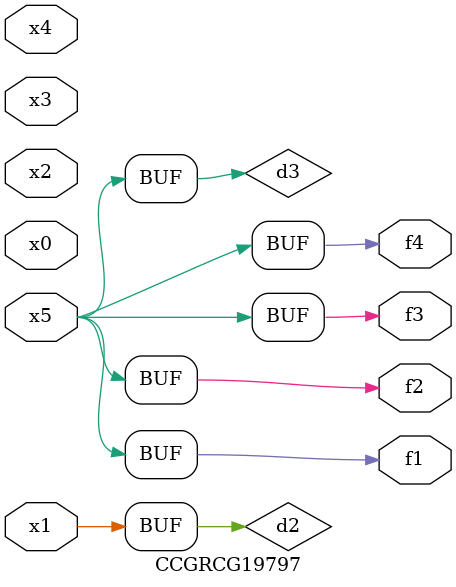
<source format=v>
module CCGRCG19797(
	input x0, x1, x2, x3, x4, x5,
	output f1, f2, f3, f4
);

	wire d1, d2, d3;

	not (d1, x5);
	or (d2, x1);
	xnor (d3, d1);
	assign f1 = d3;
	assign f2 = d3;
	assign f3 = d3;
	assign f4 = d3;
endmodule

</source>
